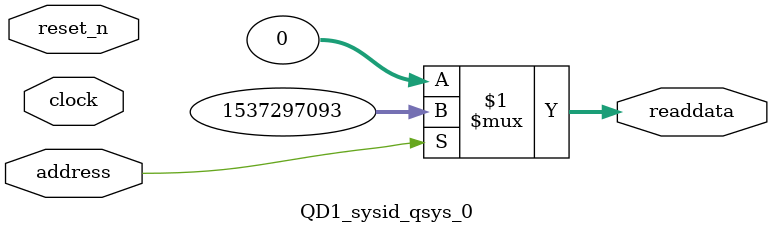
<source format=v>



// synthesis translate_off
`timescale 1ns / 1ps
// synthesis translate_on

// turn off superfluous verilog processor warnings 
// altera message_level Level1 
// altera message_off 10034 10035 10036 10037 10230 10240 10030 

module QD1_sysid_qsys_0 (
               // inputs:
                address,
                clock,
                reset_n,

               // outputs:
                readdata
             )
;

  output  [ 31: 0] readdata;
  input            address;
  input            clock;
  input            reset_n;

  wire    [ 31: 0] readdata;
  //control_slave, which is an e_avalon_slave
  assign readdata = address ? 1537297093 : 0;

endmodule




</source>
